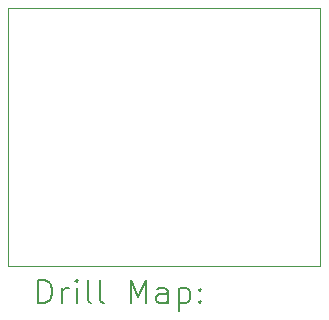
<source format=gbr>
%TF.GenerationSoftware,KiCad,Pcbnew,(6.0.11-0)*%
%TF.CreationDate,2023-09-03T14:24:56+02:00*%
%TF.ProjectId,Endstop_Levelshifter,456e6473-746f-4705-9f4c-6576656c7368,0.1*%
%TF.SameCoordinates,Original*%
%TF.FileFunction,Drillmap*%
%TF.FilePolarity,Positive*%
%FSLAX45Y45*%
G04 Gerber Fmt 4.5, Leading zero omitted, Abs format (unit mm)*
G04 Created by KiCad (PCBNEW (6.0.11-0)) date 2023-09-03 14:24:56*
%MOMM*%
%LPD*%
G01*
G04 APERTURE LIST*
%ADD10C,0.100000*%
%ADD11C,0.200000*%
G04 APERTURE END LIST*
D10*
X8737600Y-6934200D02*
X11379200Y-6934200D01*
X11379200Y-6934200D02*
X11379200Y-9118600D01*
X11379200Y-9118600D02*
X8737600Y-9118600D01*
X8737600Y-9118600D02*
X8737600Y-6934200D01*
D11*
X8990219Y-9434076D02*
X8990219Y-9234076D01*
X9037838Y-9234076D01*
X9066410Y-9243600D01*
X9085457Y-9262648D01*
X9094981Y-9281695D01*
X9104505Y-9319790D01*
X9104505Y-9348362D01*
X9094981Y-9386457D01*
X9085457Y-9405505D01*
X9066410Y-9424552D01*
X9037838Y-9434076D01*
X8990219Y-9434076D01*
X9190219Y-9434076D02*
X9190219Y-9300743D01*
X9190219Y-9338838D02*
X9199743Y-9319790D01*
X9209267Y-9310267D01*
X9228314Y-9300743D01*
X9247362Y-9300743D01*
X9314029Y-9434076D02*
X9314029Y-9300743D01*
X9314029Y-9234076D02*
X9304505Y-9243600D01*
X9314029Y-9253124D01*
X9323552Y-9243600D01*
X9314029Y-9234076D01*
X9314029Y-9253124D01*
X9437838Y-9434076D02*
X9418790Y-9424552D01*
X9409267Y-9405505D01*
X9409267Y-9234076D01*
X9542600Y-9434076D02*
X9523552Y-9424552D01*
X9514029Y-9405505D01*
X9514029Y-9234076D01*
X9771171Y-9434076D02*
X9771171Y-9234076D01*
X9837838Y-9376933D01*
X9904505Y-9234076D01*
X9904505Y-9434076D01*
X10085457Y-9434076D02*
X10085457Y-9329314D01*
X10075933Y-9310267D01*
X10056886Y-9300743D01*
X10018790Y-9300743D01*
X9999743Y-9310267D01*
X10085457Y-9424552D02*
X10066410Y-9434076D01*
X10018790Y-9434076D01*
X9999743Y-9424552D01*
X9990219Y-9405505D01*
X9990219Y-9386457D01*
X9999743Y-9367410D01*
X10018790Y-9357886D01*
X10066410Y-9357886D01*
X10085457Y-9348362D01*
X10180695Y-9300743D02*
X10180695Y-9500743D01*
X10180695Y-9310267D02*
X10199743Y-9300743D01*
X10237838Y-9300743D01*
X10256886Y-9310267D01*
X10266410Y-9319790D01*
X10275933Y-9338838D01*
X10275933Y-9395981D01*
X10266410Y-9415029D01*
X10256886Y-9424552D01*
X10237838Y-9434076D01*
X10199743Y-9434076D01*
X10180695Y-9424552D01*
X10361648Y-9415029D02*
X10371171Y-9424552D01*
X10361648Y-9434076D01*
X10352124Y-9424552D01*
X10361648Y-9415029D01*
X10361648Y-9434076D01*
X10361648Y-9310267D02*
X10371171Y-9319790D01*
X10361648Y-9329314D01*
X10352124Y-9319790D01*
X10361648Y-9310267D01*
X10361648Y-9329314D01*
M02*

</source>
